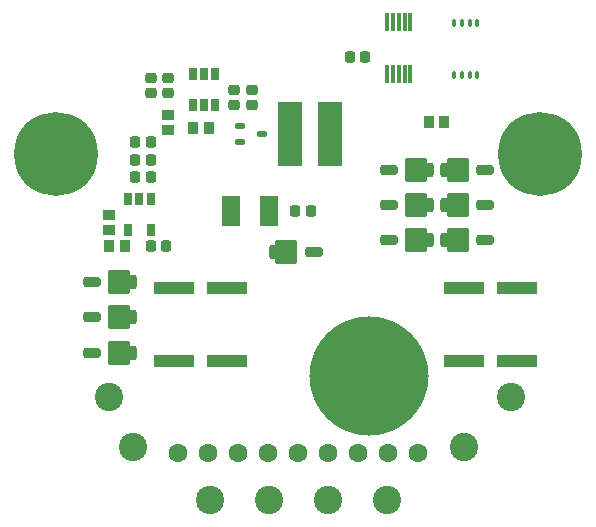
<source format=gts>
G04*
G04 #@! TF.GenerationSoftware,Altium Limited,Altium Designer,20.1.8 (145)*
G04*
G04 Layer_Color=8388736*
%FSTAX43Y43*%
%MOMM*%
G71*
G04*
G04 #@! TF.SameCoordinates,D0AF8ED7-0584-4811-8BF5-3ABD82A448BB*
G04*
G04*
G04 #@! TF.FilePolarity,Negative*
G04*
G01*
G75*
%ADD14R,3.400X1.100*%
%ADD15R,0.900X1.000*%
G04:AMPARAMS|DCode=16|XSize=0.4mm|YSize=1.55mm|CornerRadius=0.125mm|HoleSize=0mm|Usage=FLASHONLY|Rotation=0.000|XOffset=0mm|YOffset=0mm|HoleType=Round|Shape=RoundedRectangle|*
%AMROUNDEDRECTD16*
21,1,0.400,1.300,0,0,0.0*
21,1,0.150,1.550,0,0,0.0*
1,1,0.250,0.075,-0.650*
1,1,0.250,-0.075,-0.650*
1,1,0.250,-0.075,0.650*
1,1,0.250,0.075,0.650*
%
%ADD16ROUNDEDRECTD16*%
G04:AMPARAMS|DCode=17|XSize=1mm|YSize=0.9mm|CornerRadius=0.25mm|HoleSize=0mm|Usage=FLASHONLY|Rotation=90.000|XOffset=0mm|YOffset=0mm|HoleType=Round|Shape=RoundedRectangle|*
%AMROUNDEDRECTD17*
21,1,1.000,0.400,0,0,90.0*
21,1,0.500,0.900,0,0,90.0*
1,1,0.500,0.200,0.250*
1,1,0.500,0.200,-0.250*
1,1,0.500,-0.200,-0.250*
1,1,0.500,-0.200,0.250*
%
%ADD17ROUNDEDRECTD17*%
G04:AMPARAMS|DCode=18|XSize=0.7mm|YSize=0.35mm|CornerRadius=0.113mm|HoleSize=0mm|Usage=FLASHONLY|Rotation=90.000|XOffset=0mm|YOffset=0mm|HoleType=Round|Shape=RoundedRectangle|*
%AMROUNDEDRECTD18*
21,1,0.700,0.125,0,0,90.0*
21,1,0.475,0.350,0,0,90.0*
1,1,0.225,0.063,0.238*
1,1,0.225,0.063,-0.238*
1,1,0.225,-0.063,-0.238*
1,1,0.225,-0.063,0.238*
%
%ADD18ROUNDEDRECTD18*%
G04:AMPARAMS|DCode=19|XSize=0.85mm|YSize=1.5mm|CornerRadius=0.238mm|HoleSize=0mm|Usage=FLASHONLY|Rotation=270.000|XOffset=0mm|YOffset=0mm|HoleType=Round|Shape=RoundedRectangle|*
%AMROUNDEDRECTD19*
21,1,0.850,1.025,0,0,270.0*
21,1,0.375,1.500,0,0,270.0*
1,1,0.475,-0.513,-0.188*
1,1,0.475,-0.513,0.188*
1,1,0.475,0.513,0.188*
1,1,0.475,0.513,-0.188*
%
%ADD19ROUNDEDRECTD19*%
G04:AMPARAMS|DCode=20|XSize=2.1mm|YSize=1.9mm|CornerRadius=0.23mm|HoleSize=0mm|Usage=FLASHONLY|Rotation=270.000|XOffset=0mm|YOffset=0mm|HoleType=Round|Shape=RoundedRectangle|*
%AMROUNDEDRECTD20*
21,1,2.100,1.440,0,0,270.0*
21,1,1.640,1.900,0,0,270.0*
1,1,0.460,-0.720,-0.820*
1,1,0.460,-0.720,0.820*
1,1,0.460,0.720,0.820*
1,1,0.460,0.720,-0.820*
%
%ADD20ROUNDEDRECTD20*%
G04:AMPARAMS|DCode=21|XSize=1.2mm|YSize=0.8mm|CornerRadius=0.225mm|HoleSize=0mm|Usage=FLASHONLY|Rotation=270.000|XOffset=0mm|YOffset=0mm|HoleType=Round|Shape=RoundedRectangle|*
%AMROUNDEDRECTD21*
21,1,1.200,0.350,0,0,270.0*
21,1,0.750,0.800,0,0,270.0*
1,1,0.450,-0.175,-0.375*
1,1,0.450,-0.175,0.375*
1,1,0.450,0.175,0.375*
1,1,0.450,0.175,-0.375*
%
%ADD21ROUNDEDRECTD21*%
%ADD22R,1.500X2.500*%
%ADD23R,1.000X0.900*%
G04:AMPARAMS|DCode=24|XSize=0.7mm|YSize=1.1mm|CornerRadius=0.2mm|HoleSize=0mm|Usage=FLASHONLY|Rotation=0.000|XOffset=0mm|YOffset=0mm|HoleType=Round|Shape=RoundedRectangle|*
%AMROUNDEDRECTD24*
21,1,0.700,0.700,0,0,0.0*
21,1,0.300,1.100,0,0,0.0*
1,1,0.400,0.150,-0.350*
1,1,0.400,-0.150,-0.350*
1,1,0.400,-0.150,0.350*
1,1,0.400,0.150,0.350*
%
%ADD24ROUNDEDRECTD24*%
G04:AMPARAMS|DCode=25|XSize=0.5mm|YSize=0.85mm|CornerRadius=0.15mm|HoleSize=0mm|Usage=FLASHONLY|Rotation=90.000|XOffset=0mm|YOffset=0mm|HoleType=Round|Shape=RoundedRectangle|*
%AMROUNDEDRECTD25*
21,1,0.500,0.550,0,0,90.0*
21,1,0.200,0.850,0,0,90.0*
1,1,0.300,0.275,0.100*
1,1,0.300,0.275,-0.100*
1,1,0.300,-0.275,-0.100*
1,1,0.300,-0.275,0.100*
%
%ADD25ROUNDEDRECTD25*%
G04:AMPARAMS|DCode=26|XSize=1mm|YSize=0.9mm|CornerRadius=0.25mm|HoleSize=0mm|Usage=FLASHONLY|Rotation=0.000|XOffset=0mm|YOffset=0mm|HoleType=Round|Shape=RoundedRectangle|*
%AMROUNDEDRECTD26*
21,1,1.000,0.400,0,0,0.0*
21,1,0.500,0.900,0,0,0.0*
1,1,0.500,0.250,-0.200*
1,1,0.500,-0.250,-0.200*
1,1,0.500,-0.250,0.200*
1,1,0.500,0.250,0.200*
%
%ADD26ROUNDEDRECTD26*%
%ADD27R,2.000X5.400*%
%ADD28C,2.400*%
%ADD29C,1.600*%
%ADD30C,10.100*%
%ADD31C,7.100*%
D14*
X00925Y00418D02*
D03*
Y0048D02*
D03*
X0088Y00418D02*
D03*
Y0048D02*
D03*
X00635D02*
D03*
Y00418D02*
D03*
X0068D02*
D03*
Y0048D02*
D03*
D15*
X008507Y0062D02*
D03*
X008637D02*
D03*
X0058Y00515D02*
D03*
X00593D02*
D03*
X0065101Y006148D02*
D03*
X0066401D02*
D03*
D16*
X0083Y00705D02*
D03*
X00835D02*
D03*
X00825D02*
D03*
X0082D02*
D03*
X00815D02*
D03*
X00835Y00661D02*
D03*
X0083D02*
D03*
X00825D02*
D03*
X0082D02*
D03*
X00815D02*
D03*
D17*
X007965Y00675D02*
D03*
X007835D02*
D03*
X007505Y00545D02*
D03*
X007375D02*
D03*
X0060198Y0057341D02*
D03*
X0061498D02*
D03*
X0060198Y0060341D02*
D03*
X0061498D02*
D03*
X0060198Y0058841D02*
D03*
X0061498D02*
D03*
X00628Y00515D02*
D03*
X00615D02*
D03*
D18*
X008785Y007045D02*
D03*
X00885D02*
D03*
X008785Y0066D02*
D03*
X00885D02*
D03*
X00872Y007045D02*
D03*
X008915D02*
D03*
X00872Y0066D02*
D03*
X008915D02*
D03*
D19*
X008165Y0052D02*
D03*
X008165Y0055D02*
D03*
Y0058D02*
D03*
X008985D02*
D03*
Y0055D02*
D03*
X008985Y0052D02*
D03*
X00565Y00425D02*
D03*
X00565Y00455D02*
D03*
Y00485D02*
D03*
X007535Y0051D02*
D03*
D20*
X0084Y0052D02*
D03*
X0084Y0055D02*
D03*
Y0058D02*
D03*
X00875D02*
D03*
Y0055D02*
D03*
X00875Y0052D02*
D03*
X005885Y00425D02*
D03*
X005885Y00455D02*
D03*
Y00485D02*
D03*
X0073Y0051D02*
D03*
D21*
X008505Y0052D02*
D03*
X008505Y0055D02*
D03*
Y0058D02*
D03*
X008645D02*
D03*
Y0055D02*
D03*
X008645Y0052D02*
D03*
X00599Y00425D02*
D03*
X00599Y00455D02*
D03*
Y00485D02*
D03*
X007195Y0051D02*
D03*
D22*
X00715Y00545D02*
D03*
X00683D02*
D03*
D23*
X0058Y005285D02*
D03*
Y005415D02*
D03*
X0063Y006265D02*
D03*
Y006135D02*
D03*
D24*
X00615Y00529D02*
D03*
X00596D02*
D03*
Y00555D02*
D03*
X006055D02*
D03*
X00615D02*
D03*
X006695Y00635D02*
D03*
X0066D02*
D03*
X006505D02*
D03*
Y00661D02*
D03*
X0066D02*
D03*
X006695D02*
D03*
D25*
X007095Y0061D02*
D03*
X006905Y006035D02*
D03*
Y006165D02*
D03*
D26*
X0068595Y0063461D02*
D03*
Y0064761D02*
D03*
X0070095Y0063461D02*
D03*
Y0064761D02*
D03*
X0063005Y0065787D02*
D03*
Y0064487D02*
D03*
X0061505Y0065787D02*
D03*
Y0064487D02*
D03*
D27*
X00767Y0061D02*
D03*
X00733D02*
D03*
D28*
X006Y00345D02*
D03*
X0058Y0038725D02*
D03*
X0088Y00345D02*
D03*
X00665Y003D02*
D03*
X00715D02*
D03*
X00815D02*
D03*
X00765D02*
D03*
X0092025Y0038725D02*
D03*
D29*
X006384Y0034D02*
D03*
X006638D02*
D03*
X006892D02*
D03*
X007146D02*
D03*
X0074D02*
D03*
X007654D02*
D03*
X007908D02*
D03*
X008162D02*
D03*
X008416D02*
D03*
D30*
X008Y00405D02*
D03*
D31*
X00945Y0059325D02*
D03*
X00535D02*
D03*
M02*

</source>
